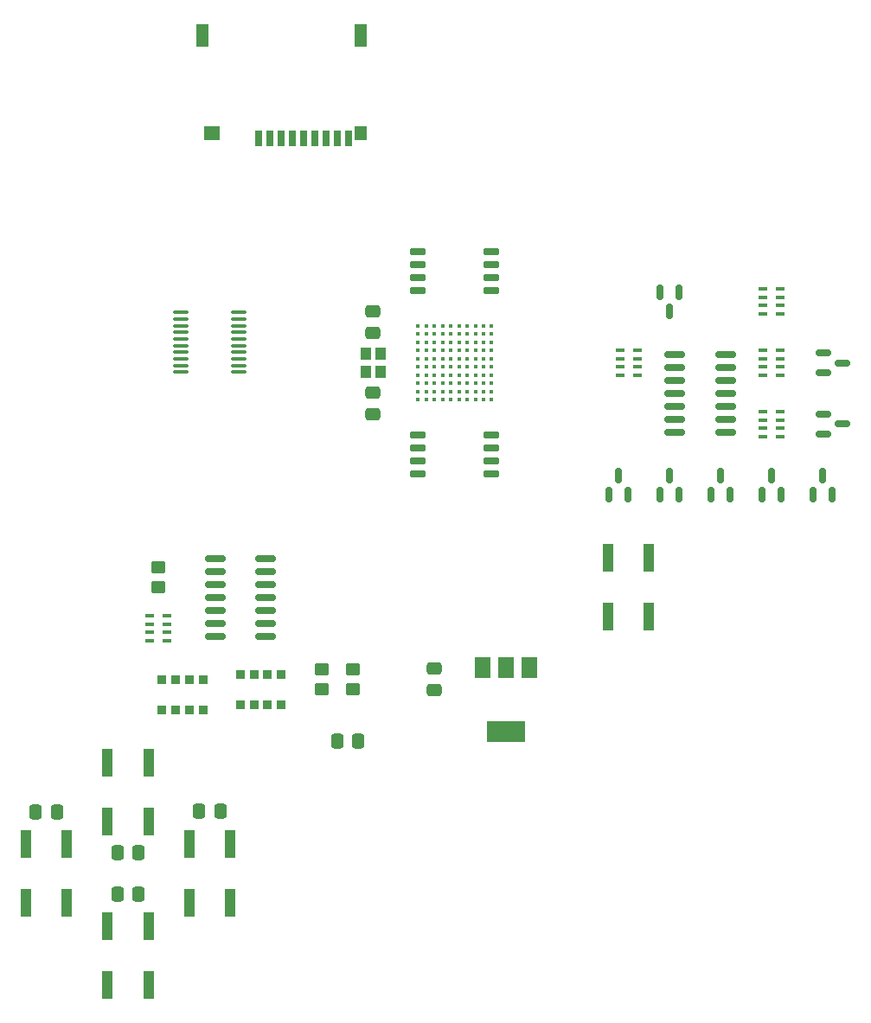
<source format=gtp>
%TF.GenerationSoftware,KiCad,Pcbnew,7.0.10*%
%TF.CreationDate,2024-03-06T18:57:33-08:00*%
%TF.ProjectId,player_system,706c6179-6572-45f7-9379-7374656d2e6b,rev?*%
%TF.SameCoordinates,Original*%
%TF.FileFunction,Paste,Top*%
%TF.FilePolarity,Positive*%
%FSLAX46Y46*%
G04 Gerber Fmt 4.6, Leading zero omitted, Abs format (unit mm)*
G04 Created by KiCad (PCBNEW 7.0.10) date 2024-03-06 18:57:33*
%MOMM*%
%LPD*%
G01*
G04 APERTURE LIST*
G04 Aperture macros list*
%AMRoundRect*
0 Rectangle with rounded corners*
0 $1 Rounding radius*
0 $2 $3 $4 $5 $6 $7 $8 $9 X,Y pos of 4 corners*
0 Add a 4 corners polygon primitive as box body*
4,1,4,$2,$3,$4,$5,$6,$7,$8,$9,$2,$3,0*
0 Add four circle primitives for the rounded corners*
1,1,$1+$1,$2,$3*
1,1,$1+$1,$4,$5*
1,1,$1+$1,$6,$7*
1,1,$1+$1,$8,$9*
0 Add four rect primitives between the rounded corners*
20,1,$1+$1,$2,$3,$4,$5,0*
20,1,$1+$1,$4,$5,$6,$7,0*
20,1,$1+$1,$6,$7,$8,$9,0*
20,1,$1+$1,$8,$9,$2,$3,0*%
G04 Aperture macros list end*
%ADD10RoundRect,0.250000X-0.475000X0.337500X-0.475000X-0.337500X0.475000X-0.337500X0.475000X0.337500X0*%
%ADD11RoundRect,0.250000X0.450000X-0.350000X0.450000X0.350000X-0.450000X0.350000X-0.450000X-0.350000X0*%
%ADD12RoundRect,0.150000X-0.150000X0.587500X-0.150000X-0.587500X0.150000X-0.587500X0.150000X0.587500X0*%
%ADD13C,0.400000*%
%ADD14R,1.000000X2.750000*%
%ADD15RoundRect,0.250000X-0.337500X-0.475000X0.337500X-0.475000X0.337500X0.475000X-0.337500X0.475000X0*%
%ADD16R,0.900000X0.400000*%
%ADD17RoundRect,0.150000X0.150000X-0.587500X0.150000X0.587500X-0.150000X0.587500X-0.150000X-0.587500X0*%
%ADD18RoundRect,0.150000X-0.825000X-0.150000X0.825000X-0.150000X0.825000X0.150000X-0.825000X0.150000X0*%
%ADD19RoundRect,0.150000X-0.587500X-0.150000X0.587500X-0.150000X0.587500X0.150000X-0.587500X0.150000X0*%
%ADD20R,1.500000X2.000000*%
%ADD21R,3.800000X2.000000*%
%ADD22R,0.900000X0.900000*%
%ADD23RoundRect,0.150000X-0.650000X-0.150000X0.650000X-0.150000X0.650000X0.150000X-0.650000X0.150000X0*%
%ADD24RoundRect,0.150000X0.650000X0.150000X-0.650000X0.150000X-0.650000X-0.150000X0.650000X-0.150000X0*%
%ADD25R,1.200000X1.400000*%
%ADD26R,1.200000X2.200000*%
%ADD27R,1.600000X1.400000*%
%ADD28R,0.700000X1.600000*%
%ADD29RoundRect,0.100000X0.637500X0.100000X-0.637500X0.100000X-0.637500X-0.100000X0.637500X-0.100000X0*%
%ADD30R,1.000000X1.150000*%
G04 APERTURE END LIST*
D10*
%TO.C,C10*%
X129000000Y-105037500D03*
X129000000Y-102962500D03*
%TD*%
D11*
%TO.C,R1*%
X121000000Y-103000000D03*
X121000000Y-105000000D03*
%TD*%
D12*
%TO.C,Q4*%
X152000000Y-67937500D03*
X151050000Y-66062500D03*
X152950000Y-66062500D03*
%TD*%
D13*
%TO.C,U2*%
X134600000Y-76600000D03*
X133800000Y-76600000D03*
X133000000Y-76600000D03*
X132200000Y-76600000D03*
X131400000Y-76600000D03*
X130600000Y-76600000D03*
X129800000Y-76600000D03*
X129000000Y-76600000D03*
X128200000Y-76600000D03*
X127400000Y-76600000D03*
X134600000Y-75800000D03*
X133800000Y-75800000D03*
X133000000Y-75800000D03*
X132200000Y-75800000D03*
X131400000Y-75800000D03*
X130600000Y-75800000D03*
X129800000Y-75800000D03*
X129000000Y-75800000D03*
X128200000Y-75800000D03*
X127400000Y-75800000D03*
X134600000Y-75000000D03*
X133800000Y-75000000D03*
X133000000Y-75000000D03*
X132200000Y-75000000D03*
X131400000Y-75000000D03*
X130600000Y-75000000D03*
X129800000Y-75000000D03*
X129000000Y-75000000D03*
X128200000Y-75000000D03*
X127400000Y-75000000D03*
X134600000Y-74200000D03*
X133800000Y-74200000D03*
X133000000Y-74200000D03*
X132200000Y-74200000D03*
X131400000Y-74200000D03*
X130600000Y-74200000D03*
X129800000Y-74200000D03*
X129000000Y-74200000D03*
X128200000Y-74200000D03*
X127400000Y-74200000D03*
X134600000Y-73400000D03*
X133800000Y-73400000D03*
X133000000Y-73400000D03*
X132200000Y-73400000D03*
X131400000Y-73400000D03*
X130600000Y-73400000D03*
X129800000Y-73400000D03*
X129000000Y-73400000D03*
X128200000Y-73400000D03*
X127400000Y-73400000D03*
X134600000Y-72600000D03*
X133800000Y-72600000D03*
X133000000Y-72600000D03*
X132200000Y-72600000D03*
X131400000Y-72600000D03*
X130600000Y-72600000D03*
X129800000Y-72600000D03*
X129000000Y-72600000D03*
X128200000Y-72600000D03*
X127400000Y-72600000D03*
X134600000Y-71800000D03*
X133800000Y-71800000D03*
X133000000Y-71800000D03*
X132200000Y-71800000D03*
X131400000Y-71800000D03*
X130600000Y-71800000D03*
X129800000Y-71800000D03*
X129000000Y-71800000D03*
X128200000Y-71800000D03*
X127400000Y-71800000D03*
X134600000Y-71000000D03*
X133800000Y-71000000D03*
X133000000Y-71000000D03*
X132200000Y-71000000D03*
X131400000Y-71000000D03*
X130600000Y-71000000D03*
X129800000Y-71000000D03*
X129000000Y-71000000D03*
X128200000Y-71000000D03*
X127400000Y-71000000D03*
X134600000Y-70200000D03*
X133800000Y-70200000D03*
X133000000Y-70200000D03*
X132200000Y-70200000D03*
X131400000Y-70200000D03*
X130600000Y-70200000D03*
X129800000Y-70200000D03*
X129000000Y-70200000D03*
X128200000Y-70200000D03*
X127400000Y-70200000D03*
X134600000Y-69400000D03*
X133800000Y-69400000D03*
X133000000Y-69400000D03*
X132200000Y-69400000D03*
X131400000Y-69400000D03*
X130600000Y-69400000D03*
X129800000Y-69400000D03*
X129000000Y-69400000D03*
X128200000Y-69400000D03*
X127400000Y-69400000D03*
%TD*%
D14*
%TO.C,RESET1*%
X150000000Y-92120000D03*
X150000000Y-97880000D03*
X146000000Y-92120000D03*
X146000000Y-97880000D03*
%TD*%
%TO.C,SW2*%
X101000000Y-112120000D03*
X101000000Y-117880000D03*
X97000000Y-112120000D03*
X97000000Y-117880000D03*
%TD*%
D15*
%TO.C,C4*%
X100037500Y-121000000D03*
X97962500Y-121000000D03*
%TD*%
%TO.C,C23*%
X121562500Y-110000000D03*
X119487500Y-110000000D03*
%TD*%
D16*
%TO.C,RN5*%
X161150000Y-74200000D03*
X161150000Y-73400000D03*
X161150000Y-72600000D03*
X161150000Y-71800000D03*
X162850000Y-71800000D03*
X162850000Y-72600000D03*
X162850000Y-73400000D03*
X162850000Y-74200000D03*
%TD*%
%TO.C,RN6*%
X162850000Y-65800000D03*
X162850000Y-66600000D03*
X162850000Y-67400000D03*
X162850000Y-68200000D03*
X161150000Y-68200000D03*
X161150000Y-67400000D03*
X161150000Y-66600000D03*
X161150000Y-65800000D03*
%TD*%
D17*
%TO.C,Q7*%
X157000000Y-84062500D03*
X157950000Y-85937500D03*
X156050000Y-85937500D03*
%TD*%
D18*
%TO.C,U5*%
X157475000Y-72190000D03*
X157475000Y-73460000D03*
X157475000Y-74730000D03*
X157475000Y-76000000D03*
X157475000Y-77270000D03*
X157475000Y-78540000D03*
X157475000Y-79810000D03*
X152525000Y-79810000D03*
X152525000Y-78540000D03*
X152525000Y-77270000D03*
X152525000Y-76000000D03*
X152525000Y-74730000D03*
X152525000Y-73460000D03*
X152525000Y-72190000D03*
%TD*%
D14*
%TO.C,SW3*%
X101000000Y-128120000D03*
X101000000Y-133880000D03*
X97000000Y-128120000D03*
X97000000Y-133880000D03*
%TD*%
D18*
%TO.C,U1*%
X112475000Y-92190000D03*
X112475000Y-93460000D03*
X112475000Y-94730000D03*
X112475000Y-96000000D03*
X112475000Y-97270000D03*
X112475000Y-98540000D03*
X112475000Y-99810000D03*
X107525000Y-99810000D03*
X107525000Y-98540000D03*
X107525000Y-97270000D03*
X107525000Y-96000000D03*
X107525000Y-94730000D03*
X107525000Y-93460000D03*
X107525000Y-92190000D03*
%TD*%
D17*
%TO.C,Q6*%
X167000000Y-84062500D03*
X167950000Y-85937500D03*
X166050000Y-85937500D03*
%TD*%
D16*
%TO.C,RN3*%
X101150000Y-100200000D03*
X101150000Y-99400000D03*
X101150000Y-98600000D03*
X101150000Y-97800000D03*
X102850000Y-97800000D03*
X102850000Y-98600000D03*
X102850000Y-99400000D03*
X102850000Y-100200000D03*
%TD*%
%TO.C,RN7*%
X161150000Y-80200000D03*
X161150000Y-79400000D03*
X161150000Y-78600000D03*
X161150000Y-77800000D03*
X162850000Y-77800000D03*
X162850000Y-78600000D03*
X162850000Y-79400000D03*
X162850000Y-80200000D03*
%TD*%
D10*
%TO.C,C2*%
X123000000Y-78000000D03*
X123000000Y-75925000D03*
%TD*%
D14*
%TO.C,SW4*%
X109000000Y-120120000D03*
X109000000Y-125880000D03*
X105000000Y-120120000D03*
X105000000Y-125880000D03*
%TD*%
D15*
%TO.C,C5*%
X100037500Y-125000000D03*
X97962500Y-125000000D03*
%TD*%
D17*
%TO.C,Q2*%
X152000000Y-84062500D03*
X152950000Y-85937500D03*
X151050000Y-85937500D03*
%TD*%
D10*
%TO.C,C1*%
X123000000Y-70075000D03*
X123000000Y-68000000D03*
%TD*%
D19*
%TO.C,Q3*%
X168937500Y-79000000D03*
X167062500Y-79950000D03*
X167062500Y-78050000D03*
%TD*%
D20*
%TO.C,U4*%
X133700000Y-102850000D03*
X136000000Y-102850000D03*
D21*
X136000000Y-109150000D03*
D20*
X138300000Y-102850000D03*
%TD*%
D22*
%TO.C,RN1*%
X102340000Y-104000000D03*
X103680000Y-104000000D03*
X105000000Y-104000000D03*
X106340000Y-104000000D03*
X106340000Y-107000000D03*
X105000000Y-107000000D03*
X103680000Y-107000000D03*
X102340000Y-107000000D03*
%TD*%
D23*
%TO.C,NORFLASH1*%
X134600000Y-80095000D03*
X134600000Y-81365000D03*
X134600000Y-82635000D03*
X134600000Y-83905000D03*
X127400000Y-83905000D03*
X127400000Y-82635000D03*
X127400000Y-81365000D03*
X127400000Y-80095000D03*
%TD*%
D11*
%TO.C,C25*%
X102000000Y-93000000D03*
X102000000Y-95000000D03*
%TD*%
D24*
%TO.C,NORFLASH2*%
X127400000Y-65905000D03*
X127400000Y-64635000D03*
X127400000Y-63365000D03*
X127400000Y-62095000D03*
X134600000Y-62095000D03*
X134600000Y-63365000D03*
X134600000Y-64635000D03*
X134600000Y-65905000D03*
%TD*%
D25*
%TO.C,SDCARD1*%
X121784968Y-50521855D03*
D26*
X121784968Y-40921855D03*
D27*
X107184968Y-50521855D03*
D26*
X106284968Y-40921855D03*
D28*
X120584968Y-51021855D03*
X119484968Y-51021855D03*
X118384968Y-51021855D03*
X117284968Y-51021855D03*
X116184968Y-51021855D03*
X115084968Y-51021855D03*
X113984968Y-51021855D03*
X112884968Y-51021855D03*
X111784968Y-51021855D03*
%TD*%
D16*
%TO.C,RN4*%
X147150000Y-74200000D03*
X147150000Y-73400000D03*
X147150000Y-72600000D03*
X147150000Y-71800000D03*
X148850000Y-71800000D03*
X148850000Y-72600000D03*
X148850000Y-73400000D03*
X148850000Y-74200000D03*
%TD*%
D17*
%TO.C,Q8*%
X162000000Y-84062500D03*
X162950000Y-85937500D03*
X161050000Y-85937500D03*
%TD*%
D22*
%TO.C,RN2*%
X110000000Y-103500000D03*
X111340000Y-103500000D03*
X112660000Y-103500000D03*
X114000000Y-103500000D03*
X114000000Y-106500000D03*
X112660000Y-106500000D03*
X111340000Y-106500000D03*
X110000000Y-106500000D03*
%TD*%
D29*
%TO.C,U3*%
X104137500Y-73925000D03*
X104137500Y-73275000D03*
X104137500Y-72625000D03*
X104137500Y-71975000D03*
X104137500Y-71325000D03*
X104137500Y-70675000D03*
X104137500Y-70025000D03*
X104137500Y-69375000D03*
X104137500Y-68725000D03*
X104137500Y-68075000D03*
X109862500Y-68075000D03*
X109862500Y-68725000D03*
X109862500Y-69375000D03*
X109862500Y-70025000D03*
X109862500Y-70675000D03*
X109862500Y-71325000D03*
X109862500Y-71975000D03*
X109862500Y-72625000D03*
X109862500Y-73275000D03*
X109862500Y-73925000D03*
%TD*%
D15*
%TO.C,C3*%
X92037500Y-117000000D03*
X89962500Y-117000000D03*
%TD*%
D17*
%TO.C,Q5*%
X147000000Y-84062500D03*
X147950000Y-85937500D03*
X146050000Y-85937500D03*
%TD*%
D14*
%TO.C,SW1*%
X93000000Y-120120000D03*
X93000000Y-125880000D03*
X89000000Y-120120000D03*
X89000000Y-125880000D03*
%TD*%
D11*
%TO.C,R2*%
X118000000Y-103000000D03*
X118000000Y-105000000D03*
%TD*%
D15*
%TO.C,C6*%
X108037500Y-116880000D03*
X105962500Y-116880000D03*
%TD*%
D30*
%TO.C,Y1*%
X122300000Y-73875000D03*
X122300000Y-72125000D03*
X123700000Y-72125000D03*
X123700000Y-73875000D03*
%TD*%
D19*
%TO.C,Q1*%
X168937500Y-73000000D03*
X167062500Y-73950000D03*
X167062500Y-72050000D03*
%TD*%
M02*

</source>
